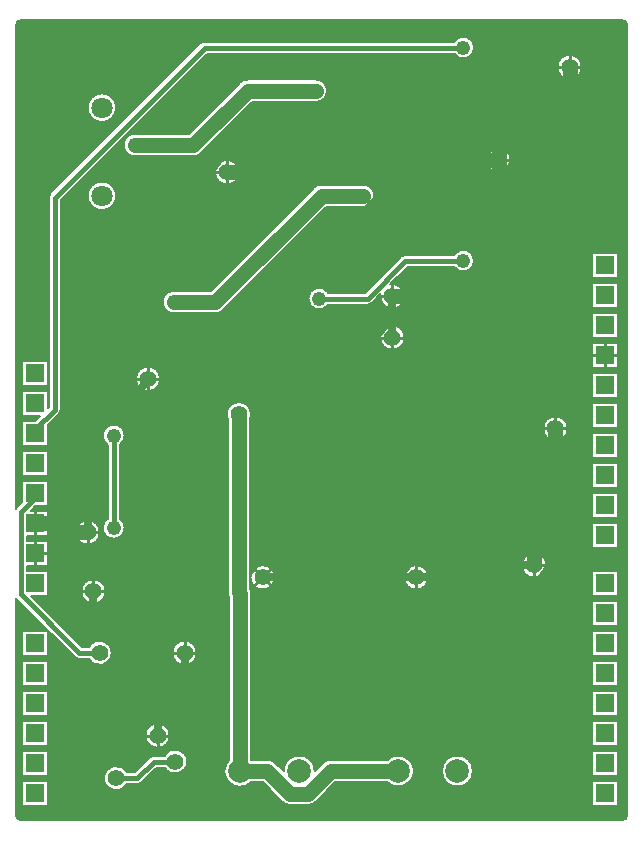
<source format=gbl>
G04 EasyPC Gerber Version 20.0 Build 4102 *
G04 #@! TF.Part,Single*
G04 #@! TF.FileFunction,Copper,L2,Bot *
%FSLAX35Y35*%
%MOIN*%
G04 #@! TA.AperFunction,ComponentPad*
%ADD73R,0.06000X0.06000*%
G04 #@! TD.AperFunction*
%ADD10C,0.00500*%
%ADD11C,0.01000*%
%ADD79C,0.01500*%
%ADD77C,0.02500*%
G04 #@! TA.AperFunction,ViaPad*
%ADD80C,0.04800*%
G04 #@! TD.AperFunction*
%ADD78C,0.05000*%
G04 #@! TA.AperFunction,ViaPad*
%ADD76C,0.05591*%
G04 #@! TA.AperFunction,ComponentPad*
%ADD72C,0.07087*%
%ADD22C,0.07874*%
X0Y0D02*
D02*
D10*
X89364Y43557D02*
G75*
G03X90802Y42120I1437D01*
G01*
X291589*
G75*
G03X293026Y43557J1437*
G01*
Y307337*
G75*
G03X291589Y308774I-1437*
G01*
X90801*
G75*
G03X89364Y307336J-1437*
G01*
Y146021*
G75*
G02X89495Y146165I1543J-1272*
G01*
X91494Y148164*
Y155299*
X99994*
Y146799*
X95786*
X94286Y145299*
X99994*
Y136799*
X92907*
Y135299*
X99994*
Y126799*
X92907*
Y125299*
X99994*
Y116799*
X94305*
X111216Y99888*
X113663*
G75*
G02X121224Y97888I3516J-2000*
G01*
G75*
G02X113663Y95888I-4045*
G01*
X110388*
G75*
G02X108972Y96475J2000*
G01*
X89495Y115952*
G75*
G02X89364Y116096I1412J1416*
G01*
Y43557*
X91494Y165299D02*
X99994D01*
Y156799*
X91494*
Y165299*
X235386Y301659D02*
G75*
G02X242089Y299659I3053J-2000D01*
G01*
G75*
G02X235386Y297659I-3650*
G01*
X153057*
X104219Y248821*
Y178933*
G75*
G02X103631Y177517I-2000*
G01*
X99994Y173880*
Y166799*
X91494*
Y175299*
X95756*
X97256Y176799*
X91494*
Y185299*
X99994*
Y179537*
X100219Y179761*
Y249650*
G75*
G02X100806Y251065I2000*
G01*
X150813Y301072*
G75*
G02X152228Y301659I1416J-1413*
G01*
X235386*
X109197Y138045D02*
G75*
G02X117287I4045D01*
G01*
G75*
G02X109197I-4045*
G01*
X111086Y118396D02*
G75*
G02X119177I4045D01*
G01*
G75*
G02X111086I-4045*
G01*
X117967Y255039D02*
G75*
G02X122760Y250245J-4793D01*
G01*
G75*
G02X117967Y245452I-4793*
G01*
G75*
G02X113173Y250245J4793*
G01*
G75*
G02X117967Y255039I4793*
G01*
X118254Y170329D02*
G75*
G02X125554I3650D01*
G01*
G75*
G02X123904Y167276I-3650*
G01*
Y142673*
G75*
G02X125554Y139620I-2000J-3053*
G01*
G75*
G02X118254I-3650*
G01*
G75*
G02X119904Y142673I3650*
G01*
Y167276*
G75*
G02X118254Y170329I2000J3053*
G01*
X189226Y289039D02*
G75*
G02Y281539J-3750D01*
G01*
X168142*
X151132Y264530*
G75*
G02X148478Y263429I-2654J2650*
G01*
X128990*
G75*
G02Y270929J3750*
G01*
X146925*
X163935Y287939*
G75*
G02X166589Y289039I2654J-2650*
G01*
X189226*
X155654Y258124D02*
G75*
G02X163744I4045D01*
G01*
G75*
G02X155654I-4045*
G01*
X129298Y189226D02*
G75*
G02X137388I4045D01*
G01*
G75*
G02X129298I-4045*
G01*
X132469Y70329D02*
G75*
G02X140559I4045D01*
G01*
G75*
G02X132469I-4045*
G01*
X204974Y254000D02*
G75*
G02Y246500J-3750D01*
G01*
X192748*
X158416Y212167*
G75*
G02X155762Y211067I-2654J2650*
G01*
X141982*
G75*
G02Y218567J3750*
G01*
X154209*
X188541Y252900*
G75*
G02X191195Y254000I2654J-2650*
G01*
X204974*
X213202Y62268D02*
G75*
G02X221972Y58518I3583J-3750D01*
G01*
G75*
G02X213202Y54768I-5187*
G01*
X195797*
X189369Y48339*
G75*
G02X186715Y47238I-2654J2650*
G01*
X180688*
G75*
G02X178035Y48339J3750*
G01*
X171606Y54768*
X167613*
G75*
G02X160280Y62101I-3583J3750*
G01*
Y116353*
G75*
G02X159886Y118026I3357J1673*
G01*
G75*
G02Y118034I4772J4*
G01*
Y175898*
G75*
G02X159591Y177415I3751J1517*
G01*
G75*
G02X167681I4045*
G01*
G75*
G02X167386Y175898I-4046*
G01*
Y119305*
G75*
G02X167780Y117632I-3357J-1673*
G01*
G75*
G02Y117623I-4772J-4*
G01*
Y62268*
X173159*
G75*
G02X175813Y61167J-3750*
G01*
X178528Y58452*
G75*
G02X178528Y58518I5198J64*
G01*
G75*
G02X188902I5187*
G01*
G75*
G02Y58478I-5198J-20*
G01*
X191591Y61167*
G75*
G02X194244Y62268I2654J-2650*
G01*
X213202*
X167465Y123085D02*
G75*
G02X175555I4045D01*
G01*
G75*
G02X167465I-4045*
G01*
X235386Y230596D02*
G75*
G02X242089Y228596I3053J-2000D01*
G01*
G75*
G02X235386Y226596I-3650*
G01*
X219976*
X214156Y220776*
G75*
G02X218862Y216785I661J-3991*
G01*
G75*
G02X210772I-4045*
G01*
G75*
G02X210826Y217446I4046J0*
G01*
X207965Y214585*
G75*
G02X206549Y213998I-1416J1413*
G01*
X193461*
G75*
G02X186757Y215998I-3053J2000*
G01*
G75*
G02X193461Y217998I3650*
G01*
X205721*
X217732Y230009*
G75*
G02X219148Y230596I1416J-1413*
G01*
X235386*
X231283Y58518D02*
G75*
G02X241657I5187D01*
G01*
G75*
G02X231283I-5187*
G01*
X210772Y203006D02*
G75*
G02X218862I4045D01*
G01*
G75*
G02X210772I-4045*
G01*
X218646Y123085D02*
G75*
G02X226736I4045D01*
G01*
G75*
G02X218646I-4045*
G01*
X141480Y97888D02*
G75*
G02X149571I4045D01*
G01*
G75*
G02X141480I-4045*
G01*
X91494Y195299D02*
X99994D01*
Y186799*
X91494*
Y195299*
X117967Y284404D02*
G75*
G02X122760Y279611J-4793D01*
G01*
G75*
G02X117967Y274818I-4793*
G01*
G75*
G02X113173Y279611J4793*
G01*
G75*
G02X117967Y284404I4793*
G01*
X246205Y262061D02*
G75*
G02X254295I4045D01*
G01*
G75*
G02X246205I-4045*
G01*
X258016Y127022D02*
G75*
G02X266106I4045D01*
G01*
G75*
G02X258016I-4045*
G01*
X265102Y172691D02*
G75*
G02X273193I4045D01*
G01*
G75*
G02X265102I-4045*
G01*
X269827Y293163D02*
G75*
G02X277917I4045D01*
G01*
G75*
G02X269827I-4045*
G01*
X281433Y55321D02*
X289933D01*
Y46821*
X281433*
Y55321*
Y65321D02*
X289933D01*
Y56821*
X281433*
Y65321*
Y75321D02*
X289933D01*
Y66821*
X281433*
Y75321*
Y85321D02*
X289933D01*
Y76821*
X281433*
Y85321*
Y95321D02*
X289933D01*
Y86821*
X281433*
Y95321*
Y105321D02*
X289933D01*
Y96821*
X281433*
Y105321*
Y115321D02*
X289933D01*
Y106821*
X281433*
Y115321*
Y125321D02*
X289933D01*
Y116821*
X281433*
Y125321*
Y141272D02*
X289933D01*
Y132772*
X281433*
Y141272*
Y151272D02*
X289933D01*
Y142772*
X281433*
Y151272*
Y161272D02*
X289933D01*
Y152772*
X281433*
Y161272*
Y171272D02*
X289933D01*
Y162772*
X281433*
Y171272*
Y181272D02*
X289933D01*
Y172772*
X281433*
Y181272*
Y191272D02*
X289933D01*
Y182772*
X281433*
Y191272*
Y201272D02*
X289933D01*
Y192772*
X281433*
Y201272*
Y211272D02*
X289933D01*
Y202772*
X281433*
Y211272*
Y221272D02*
X289933D01*
Y212772*
X281433*
Y221272*
Y231272D02*
X289933D01*
Y222772*
X281433*
Y231272*
X138860Y63667D02*
G75*
G02X146421Y61667I3516J-2000D01*
G01*
G75*
G02X138860Y59667I-4045*
G01*
X136118*
X131193Y54743*
G75*
G02X129778Y54156I-1416J1413*
G01*
X126207*
G75*
G02X118646Y56156I-3516J2000*
G01*
G75*
G02X126207Y58156I4045*
G01*
X128949*
X133874Y63080*
G75*
G02X135289Y63667I1416J-1413*
G01*
X138860*
X91494Y55321D02*
X99994D01*
Y46821*
X91494*
Y55321*
Y65321D02*
X99994D01*
Y56821*
X91494*
Y65321*
Y75321D02*
X99994D01*
Y66821*
X91494*
Y75321*
Y85321D02*
X99994D01*
Y76821*
X91494*
Y85321*
Y95321D02*
X99994D01*
Y86821*
X91494*
Y95321*
Y105321D02*
X99994D01*
Y96821*
X91494*
Y105321*
X292776Y42747D02*
G36*
Y51071D01*
X289933*
Y46821*
X281433*
Y51071*
X192101*
X189369Y48339*
G75*
G02X186715Y47238I-2653J2648*
G01*
X180688*
G75*
G02X178035Y48339I-1J3748*
G01*
X175302Y51071*
X99994*
Y46821*
X91494*
Y51071*
X89614*
Y42748*
G75*
G03X89991Y42370I1187J810*
G01*
X292398*
G75*
G03X292776Y42747I-810J1187*
G01*
G37*
X175302Y51071D02*
G36*
X171606Y54768D01*
X167613*
G75*
G02X158843Y58518I-3583J3750*
G01*
X144915*
G75*
G02X139838I-2538J3150*
G01*
X134968*
X131193Y54743*
G75*
G02X129778Y54156I-1416J1413*
G01*
X126207*
G75*
G02X118646Y56156I-3516J2000*
G01*
G75*
G02X119407Y58518I4045*
G01*
X99994*
Y56821*
X91494*
Y58518*
X89614*
Y51071*
X91494*
Y55321*
X99994*
Y51071*
X175302*
G37*
X129311Y58518D02*
G36*
X125975D01*
G75*
G02X126207Y58156I-3284J-2362*
G01*
X128949*
X129311Y58518*
G37*
X178528D02*
G36*
X178462D01*
X178528Y58452*
G75*
G02X178528Y58501I2778J47*
G01*
G75*
G02Y58518I2778J8*
G01*
G37*
X188941D02*
G36*
X188902D01*
Y58478*
X188941Y58518*
G37*
X289933D02*
G36*
Y56821D01*
X281433*
Y58518*
X241657*
G75*
G02X231283I-5187*
G01*
X221972*
G75*
G02X213202Y54768I-5187*
G01*
X195797*
X192101Y51071*
X281433*
Y55321*
X289933*
Y51071*
X292776*
Y58518*
X289933*
G37*
X158843D02*
G36*
G75*
G02X160280Y62101I5187D01*
G01*
Y70329*
X140559*
G75*
G02X132469I-4045*
G01*
X99994*
Y66821*
X91494*
Y70329*
X89614*
Y58518*
X91494*
Y65321*
X99994*
Y58518*
X119407*
G75*
G02X125975I3284J-2362*
G01*
X129311*
X133874Y63080*
G75*
G02X135289Y63667I1416J-1413*
G01*
X138860*
G75*
G02X146421Y61667I3516J-2000*
G01*
G75*
G02X144915Y58518I-4045*
G01*
X158843*
G37*
X139838D02*
G36*
G75*
G02X138860Y59667I2539J3150D01*
G01*
X136118*
X134968Y58518*
X139838*
G37*
X289933Y70329D02*
G36*
Y66821D01*
X281433*
Y70329*
X167780*
Y62268*
X173159*
G75*
G02X175813Y61167I1J-3748*
G01*
X178462Y58518*
X178528*
G75*
G02X188902I5187*
G01*
X188941*
X191591Y61167*
G75*
G02X194244Y62268I2653J-2648*
G01*
X213202*
G75*
G02X221972Y58518I3583J-3750*
G01*
X231283*
G75*
G02X241657I5187*
G01*
X281433*
Y65321*
X289933*
Y58518*
X292776*
Y70329*
X289933*
G37*
X160280Y81071D02*
G36*
X99994D01*
Y76821*
X91494*
Y81071*
X89614*
Y70329*
X91494*
Y75321*
X99994*
Y70329*
X132469*
G75*
G02X140559I4045*
G01*
X160280*
Y81071*
G37*
X289933D02*
G36*
Y76821D01*
X281433*
Y81071*
X167780*
Y70329*
X281433*
Y75321*
X289933*
Y70329*
X292776*
Y81071*
X289933*
G37*
X160280Y91071D02*
G36*
X99994D01*
Y86821*
X91494*
Y91071*
X89614*
Y81071*
X91494*
Y85321*
X99994*
Y81071*
X160280*
Y91071*
G37*
X289933D02*
G36*
Y86821D01*
X281433*
Y91071*
X167780*
Y81071*
X281433*
Y85321*
X289933*
Y81071*
X292776*
Y91071*
X289933*
G37*
X160280Y97888D02*
G36*
X149571D01*
G75*
G02X141480I-4045*
G01*
X121224*
G75*
G02X113663Y95888I-4045*
G01*
X110388*
G75*
G02X108972Y96475J2000*
G01*
X107559Y97888*
X99994*
Y96821*
X91494*
Y97888*
X89614*
Y91071*
X91494*
Y95321*
X99994*
Y91071*
X160280*
Y97888*
G37*
X289933D02*
G36*
Y96821D01*
X281433*
Y97888*
X167780*
Y91071*
X281433*
Y95321*
X289933*
Y91071*
X292776*
Y97888*
X289933*
G37*
X107559D02*
G36*
X94376Y111071D01*
X89614*
Y97888*
X91494*
Y105321*
X99994*
Y97888*
X107559*
G37*
X160280Y111071D02*
G36*
X100033D01*
X111216Y99888*
X113663*
G75*
G02X121224Y97888I3516J-2000*
G01*
X141480*
G75*
G02X149571I4045*
G01*
X160280*
Y111071*
G37*
X289933D02*
G36*
Y106821D01*
X281433*
Y111071*
X167780*
Y97888*
X281433*
Y105321*
X289933*
Y97888*
X292776*
Y111071*
X289933*
G37*
X94376D02*
G36*
X89614Y115833D01*
Y111071*
X94376*
G37*
X160280D02*
G36*
Y116353D01*
G75*
G02X159886Y118024I3350J1671*
G01*
G75*
G02Y118026I3759J1*
G01*
Y118034*
Y118396*
X119177*
G75*
G02X111086I-4045*
G01*
X99994*
Y116799*
X94305*
X100033Y111071*
X160280*
G37*
X289933Y118396D02*
G36*
Y116821D01*
X281433*
Y118396*
X167701*
G75*
G02X167780Y117633I-3666J-762*
G01*
G75*
G02Y117632I-3759J-1*
G01*
Y117623*
Y111071*
X281433*
Y115321*
X289933*
Y111071*
X292776*
Y118396*
X289933*
G37*
X159886D02*
G36*
Y123085D01*
X99994*
Y118396*
X111086*
G75*
G02X119177I4045*
G01*
X159886*
G37*
X281433Y123085D02*
G36*
X262991D01*
G75*
G02X261131I-930J3937*
G01*
X226736*
G75*
G02X218646I-4045*
G01*
X175555*
G75*
G02X167465I-4045*
G01*
X167386*
Y119305*
G75*
G02X167701Y118396I-3350J-1672*
G01*
X281433*
Y123085*
G37*
X289933D02*
G36*
Y118396D01*
X292776*
Y123085*
X289933*
G37*
X159886Y127022D02*
G36*
X99994D01*
Y126799*
X92907*
Y125299*
X99994*
Y123085*
X159886*
Y127022*
G37*
X167465Y123085D02*
G36*
G75*
G02X170580Y127022I4045D01*
G01*
X167386*
Y123085*
X167465*
G37*
X218646D02*
G36*
G75*
G02X221761Y127022I4045D01*
G01*
X172439*
G75*
G02X175555Y123085I-930J-3937*
G01*
X218646*
G37*
X258016Y127022D02*
G36*
X223620D01*
G75*
G02X226736Y123085I-930J-3937*
G01*
X261131*
G75*
G02X258016Y127022I930J3937*
G01*
G37*
X266106D02*
G36*
G75*
G02X262991Y123085I-4045D01*
G01*
X281433*
Y125321*
X289933*
Y123085*
X292776*
Y127022*
X266106*
G37*
X159886Y138045D02*
G36*
X125196D01*
G75*
G02X118611I-3293J1575*
G01*
X117287*
G75*
G02X109197I-4045*
G01*
X99994*
Y136799*
X92907*
Y135299*
X99994*
Y127022*
X159886*
Y138045*
G37*
X289933D02*
G36*
Y132772D01*
X281433*
Y138045*
X167386*
Y127022*
X170580*
G75*
G02X172439I930J-3937*
G01*
X221761*
G75*
G02X223620I930J-3937*
G01*
X258016*
G75*
G02X266106I4045*
G01*
X292776*
Y138045*
X289933*
G37*
X90352Y147022D02*
G36*
X89614D01*
Y146284*
X90352Y147022*
G37*
X118611Y138045D02*
G36*
G75*
G02X118254Y139620I3293J1574D01*
G01*
G75*
G02X119904Y142673I3651J-1*
G01*
Y147022*
X99994*
Y146799*
X95786*
X94286Y145299*
X99994*
Y138045*
X109197*
G75*
G02X117287I4045*
G01*
X118611*
G37*
X159886Y147022D02*
G36*
X123904D01*
Y142673*
G75*
G02X125554Y139620I-2000J-3053*
G01*
G75*
G02X125196Y138045I-3650J0*
G01*
X159886*
Y147022*
G37*
X289933D02*
G36*
Y142772D01*
X281433*
Y147022*
X167386*
Y138045*
X281433*
Y141272*
X289933*
Y138045*
X292776*
Y147022*
X289933*
G37*
X119904Y157022D02*
G36*
X99994D01*
Y156799*
X91494*
Y157022*
X89614*
Y147022*
X90352*
X91494Y148164*
Y155299*
X99994*
Y147022*
X119904*
Y157022*
G37*
X159886D02*
G36*
X123904D01*
Y147022*
X159886*
Y157022*
G37*
X289933D02*
G36*
Y152772D01*
X281433*
Y157022*
X167386*
Y147022*
X281433*
Y151272*
X289933*
Y147022*
X292776*
Y157022*
X289933*
G37*
X91494Y161049D02*
G36*
X89614D01*
Y157022*
X91494*
Y161049*
G37*
X119904D02*
G36*
X99994D01*
Y157022*
X119904*
Y161049*
G37*
X159886D02*
G36*
X123904D01*
Y157022*
X159886*
Y161049*
G37*
X281433D02*
G36*
X167386D01*
Y157022*
X281433*
Y161049*
G37*
X289933D02*
G36*
Y157022D01*
X292776*
Y161049*
X289933*
G37*
X119904Y167022D02*
G36*
X99994D01*
Y166799*
X91494*
Y167022*
X89614*
Y161049*
X91494*
Y165299*
X99994*
Y161049*
X119904*
Y167022*
G37*
X159886D02*
G36*
X123904D01*
Y161049*
X159886*
Y167022*
G37*
X289933D02*
G36*
Y162772D01*
X281433*
Y167022*
X167386*
Y161049*
X281433*
Y161272*
X289933*
Y161049*
X292776*
Y167022*
X289933*
G37*
X91494Y172691D02*
G36*
X89614D01*
Y167022*
X91494*
Y172691*
G37*
X119121D02*
G36*
X99994D01*
Y167022*
X119904*
Y167276*
G75*
G02X118254Y170329I2000J3053*
G01*
G75*
G02X119121Y172691I3650*
G01*
G37*
X159886D02*
G36*
X124686D01*
G75*
G02X125554Y170329I-2783J-2362*
G01*
G75*
G02X123904Y167276I-3651J1*
G01*
Y167022*
X159886*
Y172691*
G37*
X167386D02*
G36*
Y167022D01*
X281433*
Y171272*
X289933*
Y167022*
X292776*
Y172691*
X273193*
G75*
G02X265102I-4045*
G01*
X167386*
G37*
X91494Y177022D02*
G36*
X89614D01*
Y172691*
X91494*
Y175299*
X95756*
X97256Y176799*
X91494*
Y177022*
G37*
X159610D02*
G36*
X103135D01*
X99994Y173880*
Y172691*
X119121*
G75*
G02X124686I2783J-2362*
G01*
X159886*
Y175898*
G75*
G02X159610Y177022I3747J1516*
G01*
G37*
X289933D02*
G36*
Y172772D01*
X281433*
Y177022*
X167662*
G75*
G02X167386Y175898I-4023J393*
G01*
Y172691*
X265102*
G75*
G02X273193I4045*
G01*
X292776*
Y177022*
X289933*
G37*
X100219Y189226D02*
G36*
X99994D01*
Y186799*
X91494*
Y189226*
X89614*
Y177022*
X91494*
Y185299*
X99994*
Y179537*
X100219Y179761*
Y189226*
G37*
X289933D02*
G36*
Y182772D01*
X281433*
Y189226*
X137388*
G75*
G02X129298I-4045*
G01*
X104219*
Y178933*
G75*
G02X103631Y177517I-2000*
G01*
X103135Y177022*
X159610*
G75*
G02X159591Y177415I4024J394*
G01*
G75*
G02X167681Y177415I4045J1*
G01*
G75*
G02X167662Y177022I-4043J1*
G01*
X281433*
Y181272*
X289933*
Y177022*
X292776*
Y189226*
X289933*
G37*
X100219Y197022D02*
G36*
X89614D01*
Y189226*
X91494*
Y195299*
X99994*
Y189226*
X100219*
Y197022*
G37*
X289933D02*
G36*
Y192772D01*
X281433*
Y197022*
X104219*
Y189226*
X129298*
G75*
G02X137388I4045*
G01*
X281433*
Y191272*
X289933*
Y189226*
X292776*
Y197022*
X289933*
G37*
X100219Y203006D02*
G36*
X89614D01*
Y197022*
X100219*
Y203006*
G37*
X289933D02*
G36*
Y202772D01*
X281433*
Y203006*
X218862*
G75*
G02X210772I-4045*
G01*
X104219*
Y197022*
X281433*
Y201272*
X289933*
Y197022*
X292776*
Y203006*
X289933*
G37*
X100219Y207022D02*
G36*
X89614D01*
Y203006*
X100219*
Y207022*
G37*
X210772Y203006D02*
G36*
G75*
G02X214329Y207022I4045D01*
G01*
X104219*
Y203006*
X210772*
G37*
X281433Y207022D02*
G36*
X215305D01*
G75*
G02X218862Y203006I-488J-4016*
G01*
X281433*
Y207022*
G37*
X289933D02*
G36*
Y203006D01*
X292776*
Y207022*
X289933*
G37*
X100219Y217022D02*
G36*
X89614D01*
Y207022*
X100219*
Y217022*
G37*
X289933D02*
G36*
Y212772D01*
X281433*
Y217022*
X218855*
G75*
G02X218862Y216785I-4039J-239*
G01*
G75*
G02X210772I-4045*
G01*
G75*
G02X210779Y217022I4104J-5*
G01*
X210401*
X207965Y214585*
G75*
G02X206549Y213998I-1416J1413*
G01*
X193461*
G75*
G02X186757Y215998I-3053J2000*
G01*
G75*
G02X186904Y217022I3650*
G01*
X163270*
X158416Y212167*
G75*
G02X155762Y211067I-2653J2648*
G01*
X141982*
G75*
G02X138232Y214817J3750*
G01*
G75*
G02X138949Y217022I3750*
G01*
X104219*
Y207022*
X214329*
G75*
G02X215305I488J-4015*
G01*
X281433*
Y211272*
X289933*
Y207022*
X292776*
Y217022*
X289933*
G37*
X100219Y222297D02*
G36*
X89614D01*
Y217022*
X100219*
Y222297*
G37*
X157939D02*
G36*
X104219D01*
Y217022*
X138949*
G75*
G02X141982Y218567I3033J-2205*
G01*
X154209*
X157939Y222297*
G37*
X210020D02*
G36*
X168546D01*
X163270Y217022*
X186904*
G75*
G02X193461Y217998I3504J-1024*
G01*
X205721*
X210020Y222297*
G37*
X210779Y217022D02*
G36*
G75*
G02X210826Y217446I4097J-241D01*
G01*
X210401Y217022*
X210779*
G37*
X215677Y222297D02*
G36*
X214156Y220776D01*
G75*
G02X218855Y217022I661J-3991*
G01*
X281433*
Y221272*
X289933*
Y217022*
X292776*
Y222297*
X215677*
G37*
X100219Y227022D02*
G36*
X89614D01*
Y222297*
X100219*
Y227022*
G37*
X162663D02*
G36*
X104219D01*
Y222297*
X157939*
X162663Y227022*
G37*
X214744D02*
G36*
X173270D01*
X168546Y222297*
X210020*
X214744Y227022*
G37*
X289933D02*
G36*
Y222772D01*
X281433*
Y227022*
X241732*
G75*
G02X235386Y226596I-3293J1575*
G01*
X219976*
X215677Y222297*
X292776*
Y227022*
X289933*
G37*
X100219Y235054D02*
G36*
X89614D01*
Y227022*
X100219*
Y235054*
G37*
X170696D02*
G36*
X104219D01*
Y227022*
X162663*
X170696Y235054*
G37*
X241732Y227022D02*
G36*
X281433D01*
Y231272*
X289933*
Y227022*
X292776*
Y235054*
X181302*
X173270Y227022*
X214744*
X217732Y230009*
G75*
G02X219148Y230596I1416J-1413*
G01*
X235386*
G75*
G02X242089Y228596I3053J-2000*
G01*
G75*
G02X241732Y227022I-3650J0*
G01*
G37*
X100309Y250245D02*
G36*
X89614D01*
Y235054*
X100219*
Y249650*
G75*
G02X100309Y250245I2000J-1*
G01*
G37*
X185887D02*
G36*
X122760D01*
G75*
G02X117967Y245452I-4793*
G01*
G75*
G02X113173Y250245J4793*
G01*
X105643*
X104219Y248821*
Y235054*
X170696*
X185887Y250245*
G37*
X208724D02*
G36*
G75*
G02X204974Y246500I-3750J5D01*
G01*
X192748*
X181302Y235054*
X292776*
Y250245*
X208724*
G37*
X107865Y258124D02*
G36*
X89614D01*
Y250245*
X100309*
G75*
G02X100806Y251065I1909J-595*
G01*
X107865Y258124*
G37*
X251180D02*
G36*
G75*
G02X249320I-930J3937D01*
G01*
X163744*
G75*
G02X155654I-4045*
G01*
X113521*
X105643Y250245*
X113173*
G75*
G02X117967Y255039I4793*
G01*
G75*
G02X122760Y250245J-4793*
G01*
X185887*
X188541Y252900*
G75*
G02X191195Y254000I2653J-2648*
G01*
X204974*
G75*
G02X208724Y250250J-3750*
G01*
G75*
G02Y250245I-3759J-2*
G01*
X292776*
Y258124*
X251180*
G37*
X111802Y262061D02*
G36*
X89614D01*
Y258124*
X107865*
X111802Y262061*
G37*
X155654Y258124D02*
G36*
G75*
G02X158769Y262061I4045D01*
G01*
X117458*
X113521Y258124*
X155654*
G37*
X246205Y262061D02*
G36*
X160628D01*
G75*
G02X163744Y258124I-930J-3937*
G01*
X249320*
G75*
G02X246205Y262061I930J3937*
G01*
G37*
X254295D02*
G36*
G75*
G02X251180Y258124I-4045D01*
G01*
X292776*
Y262061*
X254295*
G37*
X125975Y276234D02*
G36*
X121369D01*
G75*
G02X117967Y274818I-3402J3377*
G01*
G75*
G02X114565Y276234J4793*
G01*
X89614*
Y262061*
X111802*
X125975Y276234*
G37*
X162837D02*
G36*
X151132Y264530D01*
G75*
G02X148478Y263429I-2653J2648*
G01*
X128990*
G75*
G02X125240Y267179J3750*
G01*
G75*
G02X128990Y270929I3750*
G01*
X146925*
X152230Y276234*
X131631*
X117458Y262061*
X158769*
G75*
G02X160628I930J-3937*
G01*
X246205*
G75*
G02X254295I4045*
G01*
X292776*
Y276234*
X162837*
G37*
X142904Y293163D02*
G36*
X89614D01*
Y276234*
X114565*
G75*
G02X113173Y279611I3402J3377*
G01*
G75*
G02X117967Y284404I4793*
G01*
G75*
G02X122760Y279611J-4793*
G01*
G75*
G02X121369Y276234I-4793*
G01*
X125975*
X142904Y293163*
G37*
X148561D02*
G36*
X131631Y276234D01*
X152230*
X163935Y287939*
G75*
G02X166589Y289039I2653J-2648*
G01*
X189226*
G75*
G02X192976Y285289J-3750*
G01*
G75*
G02X189226Y281539I-3750*
G01*
X168142*
X162837Y276234*
X292776*
Y293163*
X277917*
G75*
G02X269827I-4045*
G01*
X148561*
G37*
X292776Y308146D02*
G36*
G75*
G03X292398Y308524I-1187J-810D01*
G01*
X89991*
G75*
G03X89614Y308146I810J-1186*
G01*
Y293163*
X142904*
X150813Y301072*
G75*
G02X152228Y301659I1416J-1413*
G01*
X235386*
G75*
G02X242089Y299659I3053J-2000*
G01*
G75*
G02X235386Y297659I-3650*
G01*
X153057*
X148561Y293163*
X269827*
G75*
G02X277917I4045*
G01*
X292776*
Y308146*
G37*
D02*
D11*
X95743Y128549D02*
Y126549D01*
Y133549D02*
Y135549D01*
Y138549D02*
Y136549D01*
Y143549D02*
Y145549D01*
X98243Y131049D02*
X100242D01*
X98243Y141049D02*
X100242D01*
X110947Y138045D02*
X108947D01*
X112836Y118396D02*
X110836D01*
X113242Y135750D02*
Y133750D01*
Y140341D02*
Y142341D01*
X115131Y116101D02*
Y114101D01*
Y120691D02*
Y122691D01*
X115537Y138045D02*
X117537D01*
X117427Y118396D02*
X119427D01*
X131048Y189226D02*
X129048D01*
X133343Y186931D02*
Y184931D01*
Y191522D02*
Y193522D01*
X134219Y70329D02*
X132219D01*
X135638Y189226D02*
X137638D01*
X136514Y68033D02*
Y66033D01*
Y72624D02*
Y74624D01*
X138809Y70329D02*
X140809D01*
X143230Y97888D02*
X141230D01*
X145526Y95593D02*
Y93593D01*
Y100183D02*
Y102183D01*
X147821Y97888D02*
X149821D01*
X157404Y258124D02*
X155404D01*
X159699Y255829D02*
Y253829D01*
Y260419D02*
Y262419D01*
X161994Y258124D02*
X163994D01*
X169887Y121462D02*
X168472Y120047D01*
X169887Y124707D02*
X168472Y126122D01*
X173133Y121462D02*
X174547Y120047D01*
X173133Y124707D02*
X174547Y126122D01*
X212522Y203006D02*
X210522D01*
X212522Y216785D02*
X210522D01*
X214817Y200711D02*
Y198711D01*
Y205301D02*
Y207301D01*
Y214490D02*
Y212490D01*
Y219081D02*
Y221081D01*
X217112Y203006D02*
X219112D01*
X217112Y216785D02*
X219112D01*
X220396Y123085D02*
X218396D01*
X222691Y120789D02*
Y118789D01*
Y125380D02*
Y127380D01*
X224986Y123085D02*
X226986D01*
X247955Y262061D02*
X245955D01*
X250250Y259766D02*
Y257766D01*
Y264356D02*
Y266356D01*
X252545Y262061D02*
X254545D01*
X259766Y127022D02*
X257766D01*
X262061Y124726D02*
Y122726D01*
Y129317D02*
Y131317D01*
X264356Y127022D02*
X266356D01*
X266852Y172691D02*
X264852D01*
X269148Y170396D02*
Y168396D01*
Y174986D02*
Y176986D01*
X271443Y172691D02*
X273443D01*
X271577Y293163D02*
X269577D01*
X273872Y290868D02*
Y288868D01*
Y295459D02*
Y297459D01*
X276167Y293163D02*
X278167D01*
X283183Y197022D02*
X281183D01*
X285683Y194522D02*
Y192522D01*
Y199522D02*
Y201522D01*
X288183Y197022D02*
X290183D01*
D02*
D22*
X164030Y58518D03*
X183715D03*
X216785D03*
X236470D03*
D02*
D72*
X117967Y250245D03*
Y279611D03*
D02*
D73*
X95743Y51071D03*
Y61071D03*
Y71071D03*
Y81071D03*
Y91071D03*
Y101071D03*
Y121049D03*
Y131049D03*
Y141049D03*
Y151049D03*
Y161049D03*
Y171049D03*
Y181049D03*
Y191049D03*
X285683Y51071D03*
Y61071D03*
Y71071D03*
Y81071D03*
Y91071D03*
Y101071D03*
Y111071D03*
Y121071D03*
Y137022D03*
Y147022D03*
Y157022D03*
Y167022D03*
Y177022D03*
Y187022D03*
Y197022D03*
Y207022D03*
Y217022D03*
Y227022D03*
D02*
D76*
X113242Y138045D03*
X115131Y118396D03*
X117179Y97888D03*
X122691Y56156D03*
X133343Y189226D03*
X136514Y70329D03*
X142376Y61667D03*
X145526Y97888D03*
X159699Y258124D03*
X163636Y177415D03*
X171510Y123085D03*
X214817Y203006D03*
Y216785D03*
X222691Y123085D03*
X250250Y262061D03*
X262061Y127022D03*
X269148Y172691D03*
X273872Y293163D03*
D02*
D77*
X133343Y189226D02*
Y188377D01*
X113242Y168276*
Y138045*
X136514Y70329D02*
Y84239D01*
X145526Y93251*
Y97888*
X136514Y84239D02*
Y88308D01*
X115131Y109691*
Y118396*
X214817Y203006D02*
Y216785D01*
X222691Y123085D02*
X171510D01*
X262061Y127022D02*
X244344D01*
X240407Y123085*
X222691*
D02*
D78*
X113242Y138045D02*
X105994D01*
X102991Y141049*
X95743*
X163636Y177415D02*
Y118026D01*
X164030Y117632*
Y58518*
X173159*
X180688Y50988*
X186715*
X194244Y58518*
X216785*
X189226Y285289D02*
X166589D01*
X148478Y267179*
X128990*
X204974Y250250D02*
X191195D01*
X155762Y214817*
X141982*
X250250Y262061D02*
Y265801D01*
X273872Y289423*
Y293163*
X250250Y262061D02*
X212848D01*
X208911Y258124*
X159699*
X250250Y262061D02*
Y231918D01*
X235117Y216785*
X214817*
X269148Y172691D02*
Y153400D01*
X262061Y146313*
Y127022*
D02*
D79*
X117179Y97888D02*
X110388D01*
X90907Y117368*
Y144749*
X95743Y149585*
Y151049*
X121904Y170329D02*
Y139620D01*
X142376Y61667D02*
X135289D01*
X129778Y56156*
X122691*
X190407Y215998D02*
X206549D01*
X219148Y228596*
X238439*
Y299659D02*
X152228D01*
X102219Y249650*
Y178933*
X95743Y172457*
Y171049*
D02*
D80*
X121904Y139620D03*
Y170329D03*
X128990Y267179D03*
X141982Y214817D03*
X189226Y285289D03*
X190407Y215998D03*
X204974Y250250D03*
X238439Y228596D03*
Y299659D03*
X0Y0D02*
M02*

</source>
